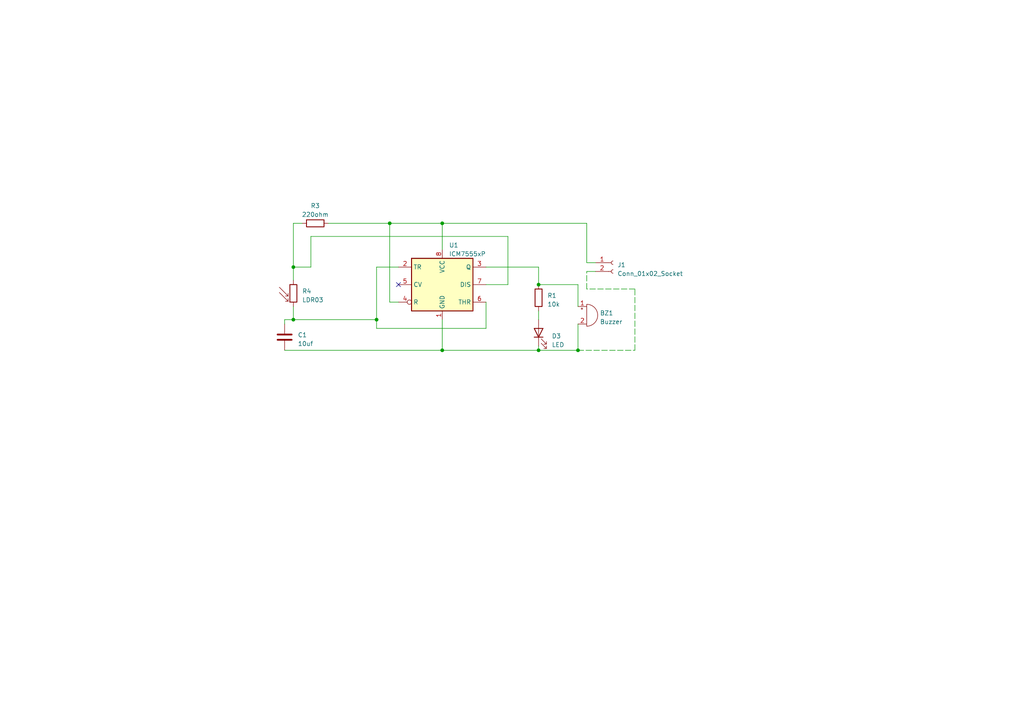
<source format=kicad_sch>
(kicad_sch (version 20230121) (generator eeschema)
  (paper "A4")
  (lib_symbols
    (symbol "Connector:Conn_01x02_Socket" (pin_names (offset 1.016) hide)
      (property "Reference" "J" (at 0 2.54 0))
      (property "Value" "Conn_01x02_Socket" (at 0 -5.08 0))
      (symbol "Conn_01x02_Socket_1_1"
        (arc (start 0 -2.032) (mid -0.5058 -2.54) (end 0 -3.048) (stroke (width 0.1524)))
        (polyline (pts (xy -1.27 -2.54) (xy -0.508 -2.54)) (stroke (width 0.1524)))
        (polyline (pts (xy -1.27 0) (xy -0.508 0)) (stroke (width 0.1524)))
        (arc (start 0 0.508) (mid -0.5058 0) (end 0 -0.508) (stroke (width 0.1524)))
        (pin passive line (at -5.08 0 0) (length 3.81) (name "Pin_1") (number "1"))
        (pin passive line (at -5.08 -2.54 0) (length 3.81) (name "Pin_2") (number "2"))
      )
    )
    (symbol "Device:Buzzer" (pin_names (offset 0.0254) hide)
      (property "Reference" "BZ" (at 3.81 1.27 0))
      (property "Value" "Buzzer" (at 3.81 -1.27 0))
      (symbol "Buzzer_0_1"
        (arc (start 0 -3.175) (mid 3.1612 0) (end 0 3.175))
        (polyline (pts (xy -1.651 1.905) (xy -1.143 1.905)))
        (polyline (pts (xy -1.397 2.159) (xy -1.397 1.651)))
        (polyline (pts (xy 0 3.175) (xy 0 -3.175)))
      )
      (symbol "Buzzer_1_1"
        (pin passive line (at -2.54 2.54 0) (length 2.54) (name "-") (number "1"))
        (pin passive line (at -2.54 -2.54 0) (length 2.54) (name "+") (number "2"))
      )
    )
    (symbol "Device:C" (pin_numbers hide) (pin_names (offset 0.254))
      (property "Reference" "C" (at 0.635 2.54 0))
      (property "Value" "C" (at 0.635 -2.54 0))
      (symbol "C_0_1"
        (polyline (pts (xy -2.032 -0.762) (xy 2.032 -0.762)) (stroke (width 0.508)))
        (polyline (pts (xy -2.032 0.762) (xy 2.032 0.762)) (stroke (width 0.508)))
      )
      (symbol "C_1_1"
        (pin passive line (at 0 3.81 270) (length 2.794) (name "~") (number "1"))
        (pin passive line (at 0 -3.81 90) (length 2.794) (name "~") (number "2"))
      )
    )
    (symbol "Device:LED" (pin_numbers hide) (pin_names (offset 1.016) hide)
      (property "Reference" "D" (at 0 2.54 0))
      (property "Value" "LED" (at 0 -2.54 0))
      (symbol "LED_0_1"
        (polyline (pts (xy -1.27 -1.27) (xy -1.27 1.27)) (stroke (width 0.254)))
        (polyline (pts (xy -1.27 0) (xy 1.27 0)))
        (polyline (pts (xy 1.27 -1.27) (xy 1.27 1.27) (xy -1.27 0) (xy 1.27 -1.27)) (stroke (width 0.254)))
        (polyline (pts (xy -3.048 -0.762) (xy -4.572 -2.286) (xy -3.81 -2.286) (xy -4.572 -2.286) (xy -4.572 -1.524)))
        (polyline (pts (xy -1.778 -0.762) (xy -3.302 -2.286) (xy -2.54 -2.286) (xy -3.302 -2.286) (xy -3.302 -1.524)))
      )
      (symbol "LED_1_1"
        (pin passive line (at -3.81 0 0) (length 2.54) (name "K") (number "1"))
        (pin passive line (at 3.81 0 180) (length 2.54) (name "A") (number "2"))
      )
    )
    (symbol "Device:R" (pin_numbers hide) (pin_names (offset 0))
      (property "Reference" "R" (at 2.032 0 90))
      (property "Value" "R" (at 0 0 90))
      (symbol "R_0_1"
        (rectangle (start -1.016 -2.54) (end 1.016 2.54) (stroke (width 0.254)))
      )
      (symbol "R_1_1"
        (pin passive line (at 0 3.81 270) (length 1.27) (name "~") (number "1"))
        (pin passive line (at 0 -3.81 90) (length 1.27) (name "~") (number "2"))
      )
    )
    (symbol "Sensor_Optical:LDR03" (pin_numbers hide) (pin_names (offset 0))
      (property "Reference" "R" (at -5.08 0 90))
      (property "Value" "LDR03" (at 1.905 0 90))
      (symbol "LDR03_0_1"
        (rectangle (start -1.016 2.54) (end 1.016 -2.54) (stroke (width 0.254)))
        (polyline (pts (xy -1.524 -2.286) (xy -4.064 0.254)))
        (polyline (pts (xy -1.524 -2.286) (xy -2.286 -2.286)))
        (polyline (pts (xy -1.524 -2.286) (xy -1.524 -1.524)))
        (polyline (pts (xy -1.524 -0.762) (xy -4.064 1.778)))
        (polyline (pts (xy -1.524 -0.762) (xy -2.286 -0.762)))
        (polyline (pts (xy -1.524 -0.762) (xy -1.524 0)))
      )
      (symbol "LDR03_1_1"
        (pin passive line (at 0 3.81 270) (length 1.27) (name "~") (number "1"))
        (pin passive line (at 0 -3.81 90) (length 1.27) (name "~") (number "2"))
      )
    )
    (symbol "Timer:ICM7555xP"
      (property "Reference" "U" (at -10.16 8.89 0))
      (property "Value" "ICM7555xP" (at 2.54 8.89 0))
      (symbol "ICM7555xP_0_0"
        (pin power_in line (at 0 -10.16 90) (length 2.54) (name "GND") (number "1"))
        (pin power_in line (at 0 10.16 270) (length 2.54) (name "VCC") (number "8"))
      )
      (symbol "ICM7555xP_0_1"
        (rectangle (start -8.89 -7.62) (end 8.89 7.62) (stroke (width 0.254)) (fill (type background)))
        (rectangle (start -8.89 -7.62) (end 8.89 7.62) (stroke (width 0.254)) (fill (type background)))
      )
      (symbol "ICM7555xP_1_1"
        (pin input line (at -12.7 5.08 0) (length 3.81) (name "TR") (number "2"))
        (pin output line (at 12.7 5.08 180) (length 3.81) (name "Q") (number "3"))
        (pin input inverted (at -12.7 -5.08 0) (length 3.81) (name "R") (number "4"))
        (pin input line (at -12.7 0 0) (length 3.81) (name "CV") (number "5"))
        (pin input line (at 12.7 -5.08 180) (length 3.81) (name "THR") (number "6"))
        (pin input line (at 12.7 0 180) (length 3.81) (name "DIS") (number "7"))
      )
    )
  )
  (junction (at 113.03 64.77))
  (junction (at 109.22 92.71))
  (junction (at 156.21 101.6))
  (junction (at 85.09 77.47))
  (junction (at 156.21 82.55))
  (junction (at 85.09 92.71))
  (junction (at 167.64 101.6))
  (junction (at 128.27 101.6))
  (junction (at 128.27 64.77))
  (no_connect (at 115.57 82.55))
  (wire (pts (xy 156.21 90.17) (xy 156.21 92.71)))
  (wire (pts (xy 82.55 92.71) (xy 85.09 92.71)))
  (wire (pts (xy 109.22 77.47) (xy 109.22 92.71)))
  (wire (pts (xy 128.27 101.6) (xy 156.21 101.6)))
  (wire (pts (xy 167.64 82.55) (xy 156.21 82.55)))
  (wire (pts (xy 140.97 95.25) (xy 109.22 95.25)))
  (wire (pts (xy 85.09 88.9) (xy 85.09 92.71)))
  (wire (pts (xy 90.17 77.47) (xy 85.09 77.47)))
  (wire (pts (xy 170.18 76.2) (xy 170.18 64.77)))
  (wire (pts (xy 172.72 76.2) (xy 170.18 76.2)))
  (wire (pts (xy 167.64 101.6) (xy 184.15 101.6)) (stroke (width 0) (type dash)))
  (wire (pts (xy 128.27 64.77) (xy 170.18 64.77)))
  (wire (pts (xy 82.55 101.6) (xy 128.27 101.6)))
  (wire (pts (xy 115.57 77.47) (xy 109.22 77.47)))
  (wire (pts (xy 85.09 77.47) (xy 85.09 81.28)))
  (wire (pts (xy 147.32 68.58) (xy 90.17 68.58)))
  (wire (pts (xy 156.21 101.6) (xy 156.21 100.33)))
  (wire (pts (xy 115.57 87.63) (xy 113.03 87.63)))
  (wire (pts (xy 90.17 68.58) (xy 90.17 77.47)))
  (wire (pts (xy 140.97 82.55) (xy 147.32 82.55)))
  (wire (pts (xy 156.21 101.6) (xy 167.64 101.6)))
  (wire (pts (xy 85.09 64.77) (xy 85.09 77.47)))
  (wire (pts (xy 184.15 83.82) (xy 170.18 83.82)) (stroke (width 0) (type dash)))
  (wire (pts (xy 87.63 64.77) (xy 85.09 64.77)))
  (wire (pts (xy 113.03 64.77) (xy 128.27 64.77)))
  (wire (pts (xy 140.97 77.47) (xy 156.21 77.47)))
  (wire (pts (xy 167.64 88.9) (xy 167.64 82.55)))
  (wire (pts (xy 147.32 82.55) (xy 147.32 68.58)))
  (wire (pts (xy 140.97 87.63) (xy 140.97 95.25)))
  (wire (pts (xy 95.25 64.77) (xy 113.03 64.77)))
  (wire (pts (xy 170.18 78.74) (xy 172.72 78.74)))
  (wire (pts (xy 156.21 77.47) (xy 156.21 82.55)))
  (wire (pts (xy 109.22 92.71) (xy 85.09 92.71)))
  (wire (pts (xy 128.27 92.71) (xy 128.27 101.6)))
  (wire (pts (xy 170.18 83.82) (xy 170.18 78.74)) (stroke (width 0) (type dash)))
  (wire (pts (xy 109.22 95.25) (xy 109.22 92.71)))
  (wire (pts (xy 82.55 93.98) (xy 82.55 92.71)))
  (wire (pts (xy 128.27 64.77) (xy 128.27 72.39)))
  (wire (pts (xy 167.64 93.98) (xy 167.64 101.6)))
  (wire (pts (xy 184.15 101.6) (xy 184.15 83.82)) (stroke (width 0) (type dash)))
  (wire (pts (xy 113.03 87.63) (xy 113.03 64.77)))
  (symbol (lib_id "Device:LED") (at 156.21 96.52 90) (unit 1)
    (property "Reference" "D3" (at 160.02 97.4725 90) (effects (justify right)))
    (property "Value" "LED" (at 160.02 100.0125 90) (effects (justify right)))
    (property "Footprint" "LED_THT:LED_D5.0mm_Clear" (effects hide))
  )
  (symbol (lib_id "Sensor_Optical:LDR03") (at 85.09 85.09 0) (unit 1)
    (property "Reference" "R4" (at 87.63 84.455 0) (effects (justify left)))
    (property "Value" "LDR03" (at 87.63 86.995 0) (effects (justify left)))
    (property "Footprint" "OptoDevice:R_LDR_10x8.5mm_P7.6mm_Vertical" (effects hide))
    (property "Datasheet" "http://www.elektronica-componenten.nl/WebRoot/StoreNL/Shops/61422969/54F1/BA0C/C664/31B9/2173/C0A8/2AB9/2AEF/LDR03IMP.pdf" (effects hide))
  )
  (symbol (lib_id "Device:R") (at 156.21 86.36 0) (unit 1)
    (property "Reference" "R1" (at 158.75 85.725 0) (effects (justify left)))
    (property "Value" "10k" (at 158.75 88.265 0) (effects (justify left)))
    (property "Footprint" "Resistor_THT:R_Axial_DIN0204_L3.6mm_D1.6mm_P7.62mm_Horizontal" (effects hide))
  )
  (symbol (lib_id "Device:Buzzer") (at 170.18 91.44 0) (unit 1)
    (property "Reference" "BZ1" (at 173.99 90.805 0) (effects (justify left)))
    (property "Value" "Buzzer" (at 173.99 93.345 0) (effects (justify left)))
    (property "Footprint" "Buzzer_Beeper:Buzzer_12x9.5RM7.6" (effects hide))
  )
  (symbol (lib_id "Device:C") (at 82.55 97.79 0) (unit 1)
    (property "Reference" "C1" (at 86.36 97.155 0) (effects (justify left)))
    (property "Value" "10uf" (at 86.36 99.695 0) (effects (justify left)))
    (property "Footprint" "Capacitor_THT:CP_Radial_D8.0mm_P3.80mm" (effects hide))
  )
  (symbol (lib_id "Connector:Conn_01x02_Socket") (at 177.8 76.2 0) (unit 1)
    (property "Reference" "J1" (at 179.07 76.835 0) (effects (justify left)))
    (property "Value" "Conn_01x02_Socket" (at 179.07 79.375 0) (effects (justify left)))
    (property "Footprint" "Connector_PinSocket_2.54mm:PinSocket_1x02_P2.54mm_Vertical" (effects hide))
  )
  (symbol (lib_id "Device:R") (at 91.44 64.77 90) (unit 1)
    (property "Reference" "R3" (at 91.44 59.69 90))
    (property "Value" "220ohm" (at 91.44 62.23 90))
    (property "Footprint" "Resistor_THT:R_Axial_DIN0204_L3.6mm_D1.6mm_P7.62mm_Horizontal" (effects hide))
  )
  (symbol (lib_id "Timer:ICM7555xP") (at 128.27 82.55 0) (unit 1)
    (property "Reference" "U1" (at 130.2259 71.12 0) (effects (justify left)))
    (property "Value" "ICM7555xP" (at 130.2259 73.66 0) (effects (justify left)))
    (property "Footprint" "Package_DIP:DIP-8_W7.62mm" (effects hide))
    (property "Datasheet" "http://www.intersil.com/content/dam/Intersil/documents/icm7/icm7555-56.pdf" (effects hide))
  )
)
</source>
